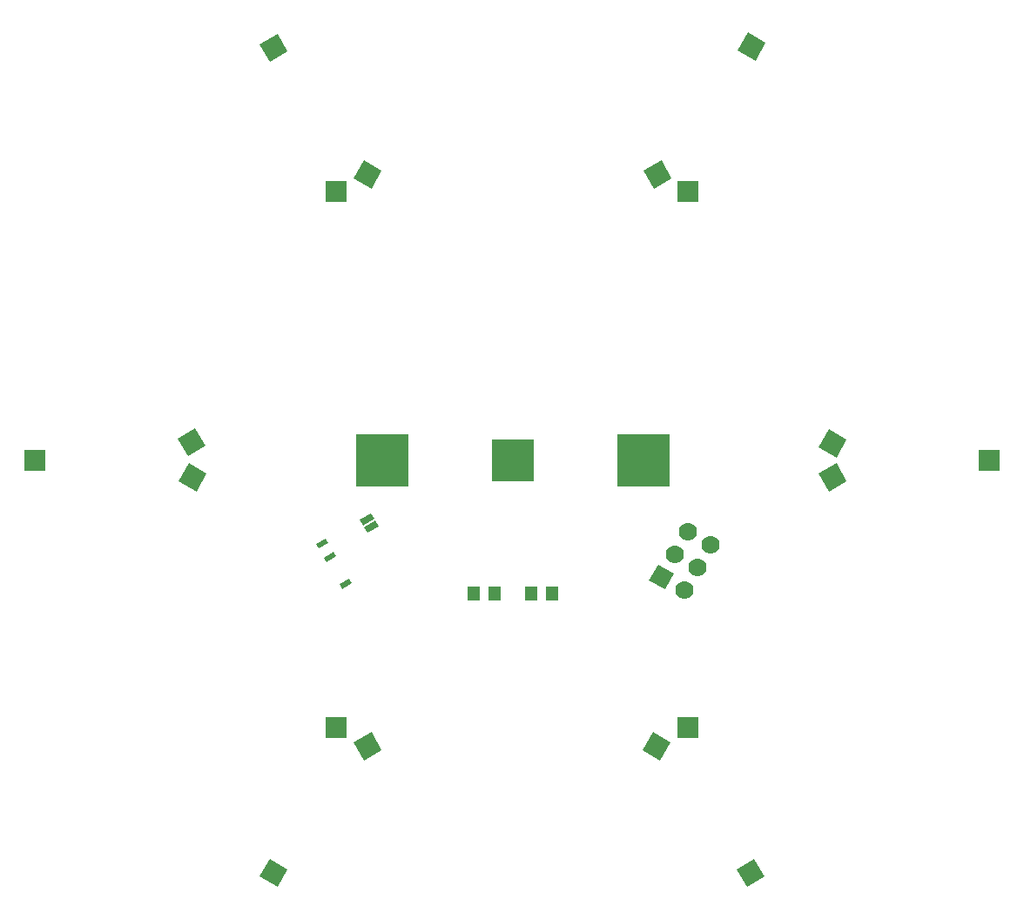
<source format=gbp>
G04 ---------------------------- Layer name :BOTTOM PASTER LAYER*
G04 EasyEDA v5.8.22, Wed, 05 Dec 2018 12:37:06 GMT*
G04 38c36d2c5fec4219b0fe707d271aa1e6*
G04 Gerber Generator version 0.2*
G04 Scale: 100 percent, Rotated: No, Reflected: No *
G04 Dimensions in inches *
G04 leading zeros omitted , absolute positions ,2 integer and 4 decimal *
%FSLAX24Y24*%
%MOIN*%
G90*
G70D02*

%ADD15R,0.045670X0.057870*%
%ADD18R,0.078740X0.078740*%
%ADD19R,0.160000X0.160000*%
%ADD20R,0.200000X0.200000*%
%ADD24C,0.070000*%

%LPD*%
G36*
G01X13690Y5426D02*
G01X13007Y5032D01*
G01X12613Y5715D01*
G01X13296Y6109D01*
G01X13690Y5426D01*
G37*
G36*
G01X9696Y182D02*
G01X9013Y576D01*
G01X9407Y1259D01*
G01X10090Y865D01*
G01X9696Y182D01*
G37*
G54D18*
G01X11951Y6271D03*
G36*
G01X6596Y15332D02*
G01X5913Y15726D01*
G01X6307Y16409D01*
G01X6990Y16015D01*
G01X6596Y15332D01*
G37*
G36*
G01X5863Y17365D02*
G01X6546Y17759D01*
G01X6940Y17077D01*
G01X6257Y16682D01*
G01X5863Y17365D01*
G37*
G01X11951Y26821D03*
G36*
G01X13007Y28009D02*
G01X13690Y27615D01*
G01X13296Y26932D01*
G01X12613Y27327D01*
G01X13007Y28009D01*
G37*
G36*
G01X23713Y27615D02*
G01X24396Y28009D01*
G01X24790Y27327D01*
G01X24107Y26932D01*
G01X23713Y27615D01*
G37*
G01X25402Y26821D03*
G36*
G01X30808Y17709D02*
G01X31490Y17315D01*
G01X31095Y16632D01*
G01X30413Y17027D01*
G01X30808Y17709D01*
G37*
G36*
G01X31490Y15726D02*
G01X30808Y15332D01*
G01X30413Y16015D01*
G01X31095Y16409D01*
G01X31490Y15726D01*
G37*
G01X25402Y6271D03*
G36*
G01X24346Y5032D02*
G01X23663Y5426D01*
G01X24057Y6109D01*
G01X24740Y5715D01*
G01X24346Y5032D01*
G37*
G01X401Y16521D03*
G36*
G01X9013Y32465D02*
G01X9696Y32859D01*
G01X10090Y32177D01*
G01X9407Y31782D01*
G01X9013Y32465D01*
G37*
G36*
G01X27707Y32909D02*
G01X28390Y32515D01*
G01X27996Y31832D01*
G01X27313Y32227D01*
G01X27707Y32909D01*
G37*
G01X36952Y16521D03*
G36*
G01X28340Y576D02*
G01X27657Y182D01*
G01X27263Y865D01*
G01X27946Y1259D01*
G01X28340Y576D01*
G37*
G54D19*
G01X18702Y16521D03*
G54D20*
G01X23702Y16521D03*
G01X13701Y16521D03*
G36*
G01X11475Y12792D02*
G01X11573Y12623D01*
G01X11948Y12838D01*
G01X11850Y13009D01*
G01X11475Y12792D01*
G37*
G36*
G01X11180Y13305D02*
G01X11278Y13134D01*
G01X11653Y13351D01*
G01X11555Y13521D01*
G01X11180Y13305D01*
G37*
G36*
G01X12065Y11771D02*
G01X12165Y11600D01*
G01X12540Y11817D01*
G01X12440Y11986D01*
G01X12065Y11771D01*
G37*
G54D15*
G01X20202Y11421D03*
G01X19402Y11421D03*
G01X17202Y11421D03*
G01X18002Y11421D03*
G36*
G01X13561Y13999D02*
G01X13436Y14215D01*
G01X13003Y13965D01*
G01X13128Y13749D01*
G01X13561Y13999D01*
G37*
G36*
G01X13400Y14276D02*
G01X13275Y14492D01*
G01X12842Y14242D01*
G01X12967Y14026D01*
G01X13400Y14276D01*
G37*
G36*
G01X23923Y11926D02*
G01X24530Y11576D01*
G01X24880Y12183D01*
G01X24273Y12533D01*
G01X23923Y11926D01*
G37*
G54D24*
G01X25268Y11554D03*
G01X24902Y12921D03*
G01X25768Y12421D03*
G01X25402Y13787D03*
G01X26268Y13287D03*
M00*
M02*

</source>
